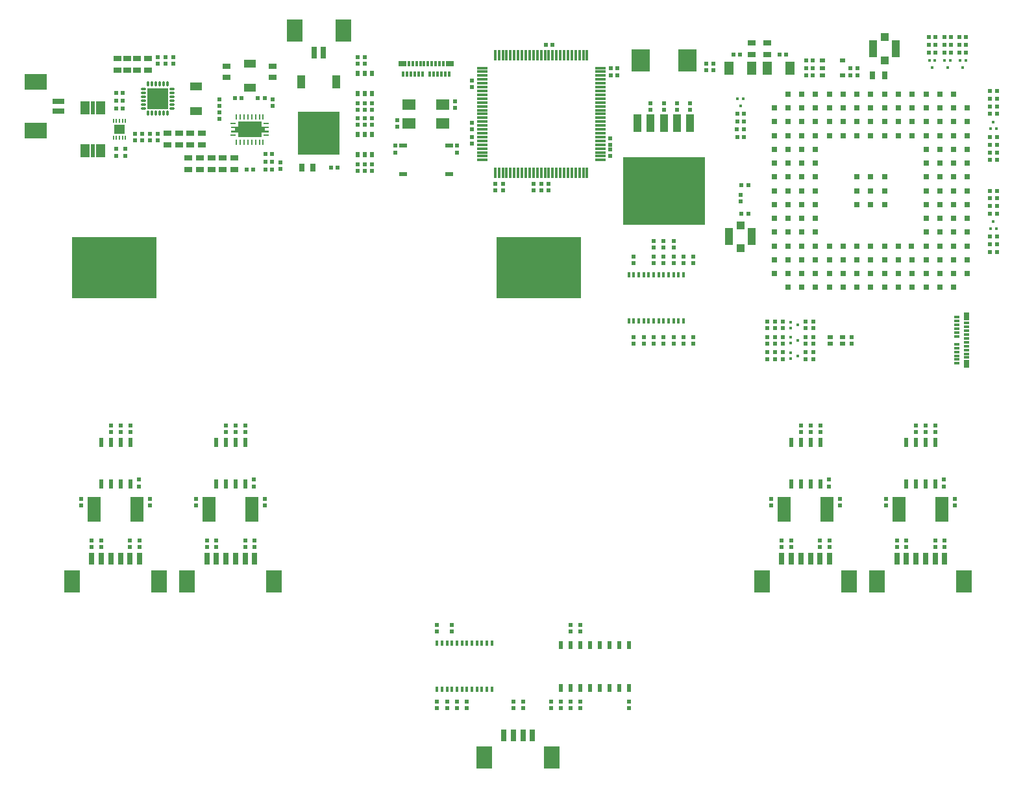
<source format=gtp>
G04*
G04 #@! TF.GenerationSoftware,Altium Limited,Altium Designer,23.3.1 (30)*
G04*
G04 Layer_Color=8421504*
%FSLAX44Y44*%
%MOMM*%
G71*
G04*
G04 #@! TF.SameCoordinates,DCB42576-95BD-42AD-BAF6-B7D1C35FFA17*
G04*
G04*
G04 #@! TF.FilePolarity,Positive*
G04*
G01*
G75*
%ADD17R,0.5200X0.4700*%
%ADD18R,0.4700X0.5200*%
%ADD19R,0.4000X0.4000*%
%ADD20R,0.5000X0.6000*%
%ADD21R,0.3000X0.8000*%
%ADD22R,0.4000X0.4000*%
%ADD23R,0.8000X0.5000*%
%ADD24R,0.7000X0.3000*%
%ADD25R,0.7000X1.0000*%
%ADD26R,1.0000X1.0000*%
%ADD27R,1.0500X2.2000*%
%ADD28R,0.8000X0.6000*%
%ADD29R,1.0000X0.7000*%
G04:AMPARAMS|DCode=30|XSize=0.7mm|YSize=0.7mm|CornerRadius=0.07mm|HoleSize=0mm|Usage=FLASHONLY|Rotation=90.000|XOffset=0mm|YOffset=0mm|HoleType=Round|Shape=RoundedRectangle|*
%AMROUNDEDRECTD30*
21,1,0.7000,0.5600,0,0,90.0*
21,1,0.5600,0.7000,0,0,90.0*
1,1,0.1400,0.2800,0.2800*
1,1,0.1400,0.2800,-0.2800*
1,1,0.1400,-0.2800,-0.2800*
1,1,0.1400,-0.2800,0.2800*
%
%ADD30ROUNDEDRECTD30*%
%ADD31R,1.1600X1.8200*%
%ADD32R,2.4000X2.9000*%
%ADD33R,10.6680X8.8900*%
G04:AMPARAMS|DCode=34|XSize=2.286mm|YSize=1.0668mm|CornerRadius=0.0533mm|HoleSize=0mm|Usage=FLASHONLY|Rotation=270.000|XOffset=0mm|YOffset=0mm|HoleType=Round|Shape=RoundedRectangle|*
%AMROUNDEDRECTD34*
21,1,2.2860,0.9601,0,0,270.0*
21,1,2.1793,1.0668,0,0,270.0*
1,1,0.1067,-0.4801,-1.0897*
1,1,0.1067,-0.4801,1.0897*
1,1,0.1067,0.4801,1.0897*
1,1,0.1067,0.4801,-1.0897*
%
%ADD34ROUNDEDRECTD34*%
%ADD35R,0.3000X0.7000*%
%ADD36R,0.7500X1.5000*%
%ADD37R,2.0000X3.0000*%
%ADD38R,1.5000X0.7500*%
%ADD39R,3.0000X2.0000*%
%ADD40R,1.2000X1.7900*%
%ADD41R,0.6000X1.7900*%
%ADD42R,0.2500X0.5000*%
%ADD43R,1.4000X1.3000*%
%ADD44R,2.7000X2.7000*%
G04:AMPARAMS|DCode=45|XSize=0.6mm|YSize=0.3mm|CornerRadius=0.075mm|HoleSize=0mm|Usage=FLASHONLY|Rotation=90.000|XOffset=0mm|YOffset=0mm|HoleType=Round|Shape=RoundedRectangle|*
%AMROUNDEDRECTD45*
21,1,0.6000,0.1500,0,0,90.0*
21,1,0.4500,0.3000,0,0,90.0*
1,1,0.1500,0.0750,0.2250*
1,1,0.1500,0.0750,-0.2250*
1,1,0.1500,-0.0750,-0.2250*
1,1,0.1500,-0.0750,0.2250*
%
%ADD45ROUNDEDRECTD45*%
G04:AMPARAMS|DCode=46|XSize=0.6mm|YSize=0.3mm|CornerRadius=0.075mm|HoleSize=0mm|Usage=FLASHONLY|Rotation=0.000|XOffset=0mm|YOffset=0mm|HoleType=Round|Shape=RoundedRectangle|*
%AMROUNDEDRECTD46*
21,1,0.6000,0.1500,0,0,0.0*
21,1,0.4500,0.3000,0,0,0.0*
1,1,0.1500,0.2250,-0.0750*
1,1,0.1500,-0.2250,-0.0750*
1,1,0.1500,-0.2250,0.0750*
1,1,0.1500,0.2250,0.0750*
%
%ADD46ROUNDEDRECTD46*%
%ADD47R,1.5000X1.0000*%
G04:AMPARAMS|DCode=48|XSize=0.24mm|YSize=0.6mm|CornerRadius=0.0504mm|HoleSize=0mm|Usage=FLASHONLY|Rotation=270.000|XOffset=0mm|YOffset=0mm|HoleType=Round|Shape=RoundedRectangle|*
%AMROUNDEDRECTD48*
21,1,0.2400,0.4992,0,0,270.0*
21,1,0.1392,0.6000,0,0,270.0*
1,1,0.1008,-0.2496,-0.0696*
1,1,0.1008,-0.2496,0.0696*
1,1,0.1008,0.2496,0.0696*
1,1,0.1008,0.2496,-0.0696*
%
%ADD48ROUNDEDRECTD48*%
G04:AMPARAMS|DCode=49|XSize=0.6mm|YSize=0.24mm|CornerRadius=0.0504mm|HoleSize=0mm|Usage=FLASHONLY|Rotation=270.000|XOffset=0mm|YOffset=0mm|HoleType=Round|Shape=RoundedRectangle|*
%AMROUNDEDRECTD49*
21,1,0.6000,0.1392,0,0,270.0*
21,1,0.4992,0.2400,0,0,270.0*
1,1,0.1008,-0.0696,-0.2496*
1,1,0.1008,-0.0696,0.2496*
1,1,0.1008,0.0696,0.2496*
1,1,0.1008,0.0696,-0.2496*
%
%ADD49ROUNDEDRECTD49*%
G04:AMPARAMS|DCode=50|XSize=2.05mm|YSize=3.05mm|CornerRadius=0.0513mm|HoleSize=0mm|Usage=FLASHONLY|Rotation=270.000|XOffset=0mm|YOffset=0mm|HoleType=Round|Shape=RoundedRectangle|*
%AMROUNDEDRECTD50*
21,1,2.0500,2.9475,0,0,270.0*
21,1,1.9475,3.0500,0,0,270.0*
1,1,0.1025,-1.4738,-0.9738*
1,1,0.1025,-1.4738,0.9738*
1,1,0.1025,1.4738,0.9738*
1,1,0.1025,1.4738,-0.9738*
%
%ADD50ROUNDEDRECTD50*%
%ADD51R,5.5000X5.7000*%
%ADD52R,1.0000X1.7500*%
%ADD53R,0.6000X0.8000*%
%ADD54R,1.0000X0.5000*%
%ADD55R,1.8000X1.4000*%
%ADD56R,1.4000X0.3000*%
%ADD57R,0.3000X1.4000*%
%ADD58R,0.6000X1.0000*%
%ADD59R,0.6000X1.2000*%
%ADD60R,1.7900X3.2000*%
%ADD61R,11.0000X8.0000*%
G36*
X-335249Y1060352D02*
X-335247Y1060352D01*
X-335221Y1060351D01*
X-335219Y1060351D01*
X-335216Y1060351D01*
X-335190Y1060349D01*
X-335187Y1060348D01*
X-335185Y1060348D01*
X-335159Y1060345D01*
X-335156Y1060344D01*
X-335153Y1060344D01*
X-335127Y1060339D01*
X-335125Y1060338D01*
X-335122Y1060338D01*
X-335097Y1060332D01*
X-335094Y1060331D01*
X-335092Y1060331D01*
X-335066Y1060323D01*
X-335064Y1060322D01*
X-335061Y1060322D01*
X-335037Y1060313D01*
X-335034Y1060312D01*
X-335032Y1060311D01*
X-335008Y1060301D01*
X-335005Y1060300D01*
X-335003Y1060299D01*
X-334979Y1060287D01*
X-334977Y1060286D01*
X-334974Y1060285D01*
X-334951Y1060273D01*
X-334949Y1060271D01*
X-334947Y1060270D01*
X-334925Y1060256D01*
X-334922Y1060254D01*
X-334920Y1060253D01*
X-334898Y1060238D01*
X-334897Y1060237D01*
X-334894Y1060235D01*
X-334873Y1060219D01*
X-334871Y1060217D01*
X-334869Y1060216D01*
X-334849Y1060199D01*
X-334847Y1060197D01*
X-334845Y1060195D01*
X-334826Y1060178D01*
X-334825Y1060175D01*
X-334823Y1060174D01*
X-334804Y1060155D01*
X-334803Y1060152D01*
X-334801Y1060151D01*
X-334784Y1060131D01*
X-334783Y1060128D01*
X-334781Y1060127D01*
X-334765Y1060106D01*
X-334763Y1060104D01*
X-334762Y1060102D01*
X-334747Y1060080D01*
X-334746Y1060078D01*
X-334744Y1060076D01*
X-334730Y1060053D01*
X-334729Y1060051D01*
X-334727Y1060049D01*
X-334715Y1060026D01*
X-334714Y1060023D01*
X-334712Y1060021D01*
X-334701Y1059997D01*
X-334701Y1059995D01*
X-334699Y1059992D01*
X-334689Y1059968D01*
X-334688Y1059966D01*
X-334687Y1059963D01*
X-334678Y1059939D01*
X-334678Y1059936D01*
X-334677Y1059933D01*
X-334669Y1059908D01*
X-334669Y1059906D01*
X-334668Y1059903D01*
X-334662Y1059878D01*
X-334662Y1059875D01*
X-334661Y1059873D01*
X-334656Y1059847D01*
X-334656Y1059844D01*
X-334655Y1059842D01*
X-334652Y1059816D01*
X-334652Y1059813D01*
X-334651Y1059810D01*
X-334649Y1059784D01*
X-334649Y1059781D01*
X-334649Y1059779D01*
X-334648Y1059753D01*
X-334648Y1059751D01*
X-334648Y1059750D01*
Y1053852D01*
X-326000D01*
X-325999Y1053852D01*
X-325997Y1053852D01*
X-325971Y1053851D01*
X-325969Y1053851D01*
X-325966Y1053851D01*
X-325940Y1053849D01*
X-325937Y1053848D01*
X-325934Y1053848D01*
X-325908Y1053845D01*
X-325906Y1053844D01*
X-325903Y1053844D01*
X-325878Y1053839D01*
X-325875Y1053838D01*
X-325872Y1053838D01*
X-325847Y1053832D01*
X-325844Y1053831D01*
X-325842Y1053831D01*
X-325816Y1053823D01*
X-325814Y1053822D01*
X-325812Y1053822D01*
X-325787Y1053813D01*
X-325784Y1053811D01*
X-325782Y1053811D01*
X-325758Y1053801D01*
X-325755Y1053799D01*
X-325753Y1053799D01*
X-325729Y1053788D01*
X-325727Y1053786D01*
X-325724Y1053785D01*
X-325701Y1053773D01*
X-325699Y1053771D01*
X-325697Y1053770D01*
X-325674Y1053756D01*
X-325672Y1053754D01*
X-325670Y1053753D01*
X-325648Y1053738D01*
X-325647Y1053737D01*
X-325644Y1053735D01*
X-325623Y1053719D01*
X-325621Y1053717D01*
X-325619Y1053716D01*
X-325599Y1053699D01*
X-325597Y1053697D01*
X-325595Y1053696D01*
X-325576Y1053677D01*
X-325575Y1053675D01*
X-325573Y1053674D01*
X-325555Y1053655D01*
X-325553Y1053652D01*
X-325551Y1053651D01*
X-325534Y1053631D01*
X-325532Y1053628D01*
X-325531Y1053627D01*
X-325515Y1053606D01*
X-325513Y1053604D01*
X-325512Y1053602D01*
X-325497Y1053580D01*
X-325496Y1053578D01*
X-325494Y1053576D01*
X-325480Y1053553D01*
X-325479Y1053551D01*
X-325477Y1053549D01*
X-325465Y1053526D01*
X-325464Y1053523D01*
X-325462Y1053521D01*
X-325451Y1053497D01*
X-325451Y1053495D01*
X-325449Y1053492D01*
X-325439Y1053468D01*
X-325438Y1053465D01*
X-325437Y1053463D01*
X-325428Y1053439D01*
X-325428Y1053436D01*
X-325427Y1053434D01*
X-325419Y1053408D01*
X-325419Y1053406D01*
X-325418Y1053403D01*
X-325412Y1053378D01*
X-325412Y1053375D01*
X-325411Y1053372D01*
X-325406Y1053347D01*
X-325406Y1053344D01*
X-325405Y1053342D01*
X-325402Y1053316D01*
X-325402Y1053313D01*
X-325401Y1053310D01*
X-325399Y1053284D01*
X-325399Y1053281D01*
X-325399Y1053279D01*
X-325398Y1053253D01*
X-325398Y1053251D01*
X-325398Y1053250D01*
Y1052250D01*
X-325398Y1052249D01*
X-325398Y1052247D01*
X-325399Y1052221D01*
X-325399Y1052218D01*
X-325399Y1052216D01*
X-325401Y1052190D01*
X-325402Y1052187D01*
X-325402Y1052185D01*
X-325405Y1052159D01*
X-325406Y1052156D01*
X-325406Y1052153D01*
X-325411Y1052127D01*
X-325412Y1052125D01*
X-325412Y1052122D01*
X-325418Y1052097D01*
X-325419Y1052094D01*
X-325419Y1052092D01*
X-325427Y1052066D01*
X-325428Y1052064D01*
X-325428Y1052061D01*
X-325437Y1052037D01*
X-325438Y1052035D01*
X-325439Y1052032D01*
X-325449Y1052008D01*
X-325451Y1052005D01*
X-325451Y1052003D01*
X-325462Y1051979D01*
X-325464Y1051977D01*
X-325465Y1051974D01*
X-325477Y1051951D01*
X-325479Y1051949D01*
X-325480Y1051947D01*
X-325494Y1051924D01*
X-325496Y1051922D01*
X-325497Y1051920D01*
X-325512Y1051898D01*
X-325513Y1051897D01*
X-325515Y1051894D01*
X-325531Y1051873D01*
X-325533Y1051871D01*
X-325534Y1051869D01*
X-325551Y1051849D01*
X-325553Y1051848D01*
X-325555Y1051845D01*
X-325573Y1051826D01*
X-325575Y1051825D01*
X-325576Y1051823D01*
X-325595Y1051805D01*
X-325597Y1051803D01*
X-325599Y1051801D01*
X-325619Y1051784D01*
X-325621Y1051783D01*
X-325623Y1051780D01*
X-325644Y1051765D01*
X-325647Y1051763D01*
X-325648Y1051761D01*
X-325670Y1051747D01*
X-325672Y1051746D01*
X-325675Y1051744D01*
X-325697Y1051730D01*
X-325699Y1051729D01*
X-325701Y1051727D01*
X-325724Y1051715D01*
X-325727Y1051714D01*
X-325729Y1051712D01*
X-325753Y1051701D01*
X-325755Y1051701D01*
X-325758Y1051699D01*
X-325782Y1051689D01*
X-325784Y1051689D01*
X-325787Y1051687D01*
X-325811Y1051678D01*
X-325814Y1051678D01*
X-325816Y1051677D01*
X-325842Y1051669D01*
X-325844Y1051669D01*
X-325847Y1051668D01*
X-325872Y1051662D01*
X-325875Y1051662D01*
X-325877Y1051661D01*
X-325903Y1051656D01*
X-325906Y1051656D01*
X-325908Y1051655D01*
X-325934Y1051652D01*
X-325937Y1051652D01*
X-325940Y1051651D01*
X-325966Y1051649D01*
X-325969Y1051649D01*
X-325971Y1051649D01*
X-325997Y1051648D01*
X-325999Y1051648D01*
X-326000Y1051648D01*
X-330648D01*
Y1048352D01*
X-326000D01*
X-325999Y1048352D01*
X-325997Y1048352D01*
X-325971Y1048351D01*
X-325969Y1048351D01*
X-325966Y1048351D01*
X-325940Y1048349D01*
X-325937Y1048348D01*
X-325934Y1048348D01*
X-325908Y1048345D01*
X-325906Y1048344D01*
X-325903Y1048344D01*
X-325877Y1048339D01*
X-325875Y1048338D01*
X-325872Y1048338D01*
X-325847Y1048332D01*
X-325844Y1048331D01*
X-325842Y1048331D01*
X-325816Y1048323D01*
X-325814Y1048322D01*
X-325812Y1048322D01*
X-325787Y1048313D01*
X-325784Y1048311D01*
X-325782Y1048311D01*
X-325758Y1048301D01*
X-325755Y1048299D01*
X-325753Y1048299D01*
X-325729Y1048288D01*
X-325727Y1048286D01*
X-325724Y1048285D01*
X-325701Y1048273D01*
X-325699Y1048271D01*
X-325697Y1048270D01*
X-325675Y1048256D01*
X-325672Y1048254D01*
X-325670Y1048253D01*
X-325648Y1048239D01*
X-325647Y1048237D01*
X-325644Y1048235D01*
X-325623Y1048219D01*
X-325621Y1048217D01*
X-325619Y1048216D01*
X-325599Y1048199D01*
X-325597Y1048197D01*
X-325595Y1048195D01*
X-325576Y1048177D01*
X-325575Y1048175D01*
X-325573Y1048174D01*
X-325555Y1048155D01*
X-325553Y1048152D01*
X-325551Y1048151D01*
X-325534Y1048131D01*
X-325533Y1048129D01*
X-325531Y1048127D01*
X-325515Y1048106D01*
X-325513Y1048103D01*
X-325512Y1048102D01*
X-325497Y1048080D01*
X-325496Y1048078D01*
X-325494Y1048076D01*
X-325480Y1048053D01*
X-325479Y1048051D01*
X-325477Y1048049D01*
X-325465Y1048026D01*
X-325464Y1048023D01*
X-325462Y1048021D01*
X-325451Y1047997D01*
X-325451Y1047995D01*
X-325449Y1047992D01*
X-325439Y1047968D01*
X-325438Y1047965D01*
X-325437Y1047963D01*
X-325428Y1047939D01*
X-325428Y1047936D01*
X-325427Y1047934D01*
X-325419Y1047908D01*
X-325419Y1047906D01*
X-325418Y1047903D01*
X-325412Y1047878D01*
X-325412Y1047875D01*
X-325411Y1047872D01*
X-325406Y1047847D01*
X-325406Y1047844D01*
X-325405Y1047841D01*
X-325402Y1047815D01*
X-325402Y1047813D01*
X-325401Y1047810D01*
X-325399Y1047784D01*
X-325399Y1047782D01*
X-325399Y1047779D01*
X-325398Y1047753D01*
X-325398Y1047751D01*
X-325398Y1047750D01*
Y1046750D01*
X-325398Y1046749D01*
X-325398Y1046747D01*
X-325399Y1046721D01*
X-325399Y1046719D01*
X-325399Y1046716D01*
X-325401Y1046690D01*
X-325402Y1046687D01*
X-325402Y1046684D01*
X-325405Y1046658D01*
X-325406Y1046656D01*
X-325406Y1046653D01*
X-325411Y1046627D01*
X-325412Y1046625D01*
X-325412Y1046622D01*
X-325418Y1046597D01*
X-325419Y1046594D01*
X-325419Y1046592D01*
X-325427Y1046566D01*
X-325428Y1046564D01*
X-325428Y1046561D01*
X-325437Y1046537D01*
X-325438Y1046535D01*
X-325439Y1046532D01*
X-325449Y1046508D01*
X-325451Y1046505D01*
X-325451Y1046503D01*
X-325462Y1046479D01*
X-325464Y1046477D01*
X-325465Y1046474D01*
X-325477Y1046451D01*
X-325479Y1046449D01*
X-325480Y1046447D01*
X-325494Y1046424D01*
X-325496Y1046422D01*
X-325497Y1046420D01*
X-325512Y1046398D01*
X-325513Y1046396D01*
X-325515Y1046394D01*
X-325531Y1046373D01*
X-325533Y1046372D01*
X-325534Y1046369D01*
X-325551Y1046349D01*
X-325553Y1046348D01*
X-325555Y1046345D01*
X-325573Y1046326D01*
X-325575Y1046325D01*
X-325576Y1046322D01*
X-325595Y1046304D01*
X-325597Y1046303D01*
X-325599Y1046301D01*
X-325619Y1046284D01*
X-325621Y1046283D01*
X-325623Y1046281D01*
X-325644Y1046265D01*
X-325647Y1046263D01*
X-325648Y1046262D01*
X-325670Y1046247D01*
X-325672Y1046246D01*
X-325674Y1046244D01*
X-325697Y1046230D01*
X-325699Y1046229D01*
X-325701Y1046227D01*
X-325724Y1046215D01*
X-325727Y1046214D01*
X-325729Y1046212D01*
X-325753Y1046201D01*
X-325755Y1046200D01*
X-325758Y1046199D01*
X-325782Y1046189D01*
X-325784Y1046189D01*
X-325787Y1046187D01*
X-325811Y1046178D01*
X-325814Y1046178D01*
X-325816Y1046177D01*
X-325842Y1046169D01*
X-325844Y1046169D01*
X-325847Y1046168D01*
X-325872Y1046162D01*
X-325875Y1046162D01*
X-325878Y1046161D01*
X-325903Y1046156D01*
X-325906Y1046156D01*
X-325908Y1046155D01*
X-325934Y1046152D01*
X-325937Y1046152D01*
X-325940Y1046151D01*
X-325966Y1046149D01*
X-325969Y1046149D01*
X-325971Y1046149D01*
X-325997Y1046148D01*
X-325999Y1046148D01*
X-326000Y1046148D01*
X-334648D01*
Y1040250D01*
X-334648Y1040249D01*
X-334648Y1040247D01*
X-334649Y1040221D01*
X-334649Y1040219D01*
X-334649Y1040216D01*
X-334651Y1040190D01*
X-334652Y1040187D01*
X-334652Y1040184D01*
X-334655Y1040158D01*
X-334656Y1040156D01*
X-334656Y1040153D01*
X-334661Y1040127D01*
X-334662Y1040125D01*
X-334662Y1040122D01*
X-334668Y1040097D01*
X-334669Y1040094D01*
X-334669Y1040092D01*
X-334677Y1040067D01*
X-334678Y1040064D01*
X-334678Y1040061D01*
X-334687Y1040037D01*
X-334688Y1040034D01*
X-334689Y1040032D01*
X-334699Y1040008D01*
X-334701Y1040005D01*
X-334701Y1040003D01*
X-334712Y1039979D01*
X-334714Y1039977D01*
X-334715Y1039974D01*
X-334727Y1039951D01*
X-334729Y1039949D01*
X-334730Y1039947D01*
X-334744Y1039924D01*
X-334746Y1039922D01*
X-334747Y1039920D01*
X-334762Y1039898D01*
X-334763Y1039896D01*
X-334765Y1039894D01*
X-334781Y1039873D01*
X-334783Y1039872D01*
X-334784Y1039869D01*
X-334801Y1039849D01*
X-334803Y1039847D01*
X-334804Y1039845D01*
X-334823Y1039826D01*
X-334825Y1039825D01*
X-334826Y1039822D01*
X-334845Y1039805D01*
X-334847Y1039803D01*
X-334849Y1039801D01*
X-334869Y1039784D01*
X-334871Y1039782D01*
X-334873Y1039781D01*
X-334894Y1039765D01*
X-334897Y1039763D01*
X-334898Y1039762D01*
X-334920Y1039747D01*
X-334922Y1039745D01*
X-334925Y1039744D01*
X-334947Y1039730D01*
X-334949Y1039729D01*
X-334951Y1039727D01*
X-334974Y1039715D01*
X-334977Y1039714D01*
X-334979Y1039712D01*
X-335003Y1039701D01*
X-335005Y1039700D01*
X-335008Y1039699D01*
X-335032Y1039689D01*
X-335034Y1039688D01*
X-335037Y1039687D01*
X-335061Y1039678D01*
X-335064Y1039678D01*
X-335066Y1039677D01*
X-335092Y1039669D01*
X-335094Y1039669D01*
X-335097Y1039668D01*
X-335122Y1039662D01*
X-335125Y1039662D01*
X-335127Y1039661D01*
X-335153Y1039656D01*
X-335156Y1039656D01*
X-335159Y1039655D01*
X-335185Y1039652D01*
X-335187Y1039652D01*
X-335190Y1039651D01*
X-335216Y1039649D01*
X-335219Y1039649D01*
X-335221Y1039649D01*
X-335247Y1039648D01*
X-335249Y1039648D01*
X-335250Y1039648D01*
X-364750D01*
X-364751Y1039648D01*
X-364753Y1039648D01*
X-364779Y1039649D01*
X-364781Y1039649D01*
X-364784Y1039649D01*
X-364810Y1039651D01*
X-364813Y1039652D01*
X-364815Y1039652D01*
X-364841Y1039655D01*
X-364844Y1039656D01*
X-364847Y1039656D01*
X-364873Y1039661D01*
X-364875Y1039662D01*
X-364878Y1039662D01*
X-364903Y1039668D01*
X-364906Y1039669D01*
X-364908Y1039669D01*
X-364934Y1039677D01*
X-364936Y1039678D01*
X-364939Y1039678D01*
X-364963Y1039687D01*
X-364966Y1039688D01*
X-364968Y1039689D01*
X-364992Y1039699D01*
X-364995Y1039700D01*
X-364997Y1039701D01*
X-365021Y1039712D01*
X-365023Y1039714D01*
X-365026Y1039715D01*
X-365049Y1039727D01*
X-365051Y1039729D01*
X-365053Y1039730D01*
X-365076Y1039744D01*
X-365078Y1039745D01*
X-365080Y1039747D01*
X-365102Y1039762D01*
X-365103Y1039763D01*
X-365106Y1039765D01*
X-365127Y1039781D01*
X-365129Y1039783D01*
X-365131Y1039784D01*
X-365151Y1039801D01*
X-365153Y1039803D01*
X-365155Y1039805D01*
X-365174Y1039822D01*
X-365175Y1039825D01*
X-365178Y1039826D01*
X-365196Y1039845D01*
X-365197Y1039848D01*
X-365199Y1039849D01*
X-365216Y1039869D01*
X-365217Y1039872D01*
X-365219Y1039873D01*
X-365235Y1039894D01*
X-365237Y1039896D01*
X-365238Y1039898D01*
X-365253Y1039920D01*
X-365254Y1039922D01*
X-365256Y1039924D01*
X-365270Y1039947D01*
X-365271Y1039949D01*
X-365273Y1039951D01*
X-365285Y1039974D01*
X-365286Y1039977D01*
X-365288Y1039979D01*
X-365299Y1040003D01*
X-365299Y1040005D01*
X-365301Y1040008D01*
X-365311Y1040032D01*
X-365312Y1040034D01*
X-365313Y1040037D01*
X-365322Y1040061D01*
X-365322Y1040064D01*
X-365323Y1040067D01*
X-365331Y1040092D01*
X-365331Y1040094D01*
X-365332Y1040097D01*
X-365338Y1040122D01*
X-365338Y1040125D01*
X-365339Y1040127D01*
X-365344Y1040153D01*
X-365344Y1040156D01*
X-365345Y1040158D01*
X-365348Y1040184D01*
X-365348Y1040187D01*
X-365349Y1040190D01*
X-365351Y1040216D01*
X-365351Y1040219D01*
X-365351Y1040221D01*
X-365352Y1040247D01*
X-365352Y1040249D01*
X-365352Y1040250D01*
Y1046148D01*
X-374000D01*
X-374001Y1046148D01*
X-374003Y1046148D01*
X-374029Y1046149D01*
X-374031Y1046149D01*
X-374034Y1046149D01*
X-374060Y1046151D01*
X-374063Y1046152D01*
X-374066Y1046152D01*
X-374092Y1046155D01*
X-374094Y1046156D01*
X-374097Y1046156D01*
X-374123Y1046161D01*
X-374125Y1046162D01*
X-374128Y1046162D01*
X-374153Y1046168D01*
X-374156Y1046169D01*
X-374158Y1046169D01*
X-374184Y1046177D01*
X-374186Y1046178D01*
X-374189Y1046178D01*
X-374213Y1046187D01*
X-374216Y1046189D01*
X-374218Y1046189D01*
X-374242Y1046199D01*
X-374245Y1046200D01*
X-374247Y1046201D01*
X-374271Y1046212D01*
X-374273Y1046214D01*
X-374276Y1046215D01*
X-374299Y1046227D01*
X-374301Y1046229D01*
X-374303Y1046230D01*
X-374326Y1046244D01*
X-374328Y1046246D01*
X-374330Y1046247D01*
X-374352Y1046262D01*
X-374353Y1046263D01*
X-374356Y1046265D01*
X-374377Y1046281D01*
X-374379Y1046283D01*
X-374381Y1046284D01*
X-374401Y1046301D01*
X-374403Y1046303D01*
X-374405Y1046304D01*
X-374424Y1046322D01*
X-374425Y1046325D01*
X-374427Y1046326D01*
X-374445Y1046345D01*
X-374447Y1046348D01*
X-374449Y1046349D01*
X-374466Y1046369D01*
X-374468Y1046372D01*
X-374469Y1046373D01*
X-374485Y1046394D01*
X-374487Y1046396D01*
X-374488Y1046398D01*
X-374503Y1046420D01*
X-374504Y1046422D01*
X-374506Y1046424D01*
X-374520Y1046447D01*
X-374521Y1046449D01*
X-374523Y1046451D01*
X-374535Y1046474D01*
X-374536Y1046477D01*
X-374538Y1046479D01*
X-374549Y1046503D01*
X-374549Y1046505D01*
X-374551Y1046508D01*
X-374561Y1046532D01*
X-374562Y1046535D01*
X-374563Y1046537D01*
X-374572Y1046561D01*
X-374572Y1046564D01*
X-374573Y1046566D01*
X-374581Y1046592D01*
X-374581Y1046594D01*
X-374582Y1046597D01*
X-374588Y1046622D01*
X-374588Y1046625D01*
X-374589Y1046627D01*
X-374594Y1046653D01*
X-374594Y1046656D01*
X-374595Y1046658D01*
X-374598Y1046684D01*
X-374598Y1046687D01*
X-374599Y1046690D01*
X-374601Y1046716D01*
X-374601Y1046719D01*
X-374601Y1046721D01*
X-374602Y1046747D01*
X-374602Y1046749D01*
X-374602Y1046750D01*
Y1047750D01*
X-374602Y1047751D01*
X-374602Y1047753D01*
X-374601Y1047779D01*
X-374601Y1047782D01*
X-374601Y1047784D01*
X-374599Y1047810D01*
X-374598Y1047813D01*
X-374598Y1047815D01*
X-374595Y1047841D01*
X-374594Y1047844D01*
X-374594Y1047847D01*
X-374589Y1047872D01*
X-374588Y1047875D01*
X-374588Y1047878D01*
X-374582Y1047903D01*
X-374581Y1047906D01*
X-374581Y1047908D01*
X-374573Y1047934D01*
X-374572Y1047936D01*
X-374572Y1047939D01*
X-374563Y1047963D01*
X-374562Y1047965D01*
X-374561Y1047968D01*
X-374551Y1047992D01*
X-374549Y1047995D01*
X-374549Y1047997D01*
X-374538Y1048021D01*
X-374536Y1048023D01*
X-374535Y1048026D01*
X-374523Y1048049D01*
X-374521Y1048051D01*
X-374520Y1048053D01*
X-374506Y1048076D01*
X-374504Y1048078D01*
X-374503Y1048080D01*
X-374488Y1048102D01*
X-374487Y1048103D01*
X-374485Y1048106D01*
X-374469Y1048127D01*
X-374467Y1048129D01*
X-374466Y1048131D01*
X-374449Y1048151D01*
X-374447Y1048152D01*
X-374445Y1048155D01*
X-374427Y1048174D01*
X-374425Y1048175D01*
X-374424Y1048177D01*
X-374405Y1048195D01*
X-374403Y1048197D01*
X-374401Y1048199D01*
X-374381Y1048216D01*
X-374379Y1048217D01*
X-374377Y1048219D01*
X-374356Y1048235D01*
X-374353Y1048237D01*
X-374352Y1048239D01*
X-374330Y1048253D01*
X-374328Y1048254D01*
X-374325Y1048256D01*
X-374303Y1048270D01*
X-374301Y1048271D01*
X-374299Y1048273D01*
X-374276Y1048285D01*
X-374273Y1048286D01*
X-374271Y1048288D01*
X-374247Y1048299D01*
X-374245Y1048299D01*
X-374242Y1048301D01*
X-374218Y1048311D01*
X-374216Y1048311D01*
X-374213Y1048313D01*
X-374189Y1048322D01*
X-374186Y1048322D01*
X-374184Y1048323D01*
X-374158Y1048331D01*
X-374156Y1048331D01*
X-374153Y1048332D01*
X-374128Y1048338D01*
X-374125Y1048338D01*
X-374123Y1048339D01*
X-374097Y1048344D01*
X-374094Y1048344D01*
X-374092Y1048345D01*
X-374066Y1048348D01*
X-374063Y1048348D01*
X-374060Y1048349D01*
X-374034Y1048351D01*
X-374031Y1048351D01*
X-374029Y1048351D01*
X-374003Y1048352D01*
X-374001Y1048352D01*
X-374000Y1048352D01*
X-369352D01*
Y1051648D01*
X-374000D01*
X-374001Y1051648D01*
X-374003Y1051648D01*
X-374029Y1051649D01*
X-374031Y1051649D01*
X-374034Y1051649D01*
X-374060Y1051651D01*
X-374063Y1051652D01*
X-374066Y1051652D01*
X-374092Y1051655D01*
X-374094Y1051656D01*
X-374097Y1051656D01*
X-374123Y1051661D01*
X-374125Y1051662D01*
X-374128Y1051662D01*
X-374153Y1051668D01*
X-374156Y1051669D01*
X-374158Y1051669D01*
X-374184Y1051677D01*
X-374186Y1051678D01*
X-374189Y1051678D01*
X-374213Y1051687D01*
X-374216Y1051689D01*
X-374218Y1051689D01*
X-374242Y1051699D01*
X-374245Y1051701D01*
X-374247Y1051701D01*
X-374271Y1051712D01*
X-374273Y1051714D01*
X-374276Y1051715D01*
X-374299Y1051727D01*
X-374301Y1051729D01*
X-374303Y1051730D01*
X-374326Y1051744D01*
X-374328Y1051746D01*
X-374330Y1051747D01*
X-374352Y1051761D01*
X-374353Y1051763D01*
X-374356Y1051765D01*
X-374377Y1051780D01*
X-374379Y1051783D01*
X-374381Y1051784D01*
X-374401Y1051801D01*
X-374403Y1051803D01*
X-374405Y1051805D01*
X-374424Y1051823D01*
X-374425Y1051825D01*
X-374427Y1051826D01*
X-374445Y1051845D01*
X-374447Y1051848D01*
X-374449Y1051849D01*
X-374466Y1051869D01*
X-374467Y1051871D01*
X-374469Y1051873D01*
X-374485Y1051894D01*
X-374487Y1051897D01*
X-374488Y1051898D01*
X-374503Y1051920D01*
X-374504Y1051922D01*
X-374506Y1051924D01*
X-374520Y1051947D01*
X-374521Y1051949D01*
X-374523Y1051951D01*
X-374535Y1051974D01*
X-374536Y1051977D01*
X-374538Y1051979D01*
X-374549Y1052003D01*
X-374549Y1052005D01*
X-374551Y1052008D01*
X-374561Y1052032D01*
X-374562Y1052035D01*
X-374563Y1052037D01*
X-374572Y1052061D01*
X-374572Y1052064D01*
X-374573Y1052066D01*
X-374581Y1052092D01*
X-374581Y1052094D01*
X-374582Y1052097D01*
X-374588Y1052122D01*
X-374588Y1052125D01*
X-374589Y1052127D01*
X-374594Y1052153D01*
X-374594Y1052156D01*
X-374595Y1052159D01*
X-374598Y1052185D01*
X-374598Y1052187D01*
X-374599Y1052190D01*
X-374601Y1052216D01*
X-374601Y1052218D01*
X-374601Y1052221D01*
X-374602Y1052247D01*
X-374602Y1052249D01*
X-374602Y1052250D01*
Y1053250D01*
X-374602Y1053251D01*
X-374602Y1053253D01*
X-374601Y1053279D01*
X-374601Y1053281D01*
X-374601Y1053284D01*
X-374599Y1053310D01*
X-374598Y1053313D01*
X-374598Y1053316D01*
X-374595Y1053342D01*
X-374594Y1053344D01*
X-374594Y1053347D01*
X-374589Y1053372D01*
X-374588Y1053375D01*
X-374588Y1053378D01*
X-374582Y1053403D01*
X-374581Y1053406D01*
X-374581Y1053408D01*
X-374573Y1053434D01*
X-374572Y1053436D01*
X-374572Y1053438D01*
X-374563Y1053463D01*
X-374562Y1053465D01*
X-374561Y1053468D01*
X-374551Y1053492D01*
X-374549Y1053495D01*
X-374549Y1053497D01*
X-374538Y1053521D01*
X-374536Y1053523D01*
X-374535Y1053526D01*
X-374523Y1053549D01*
X-374521Y1053551D01*
X-374520Y1053553D01*
X-374506Y1053576D01*
X-374504Y1053578D01*
X-374503Y1053580D01*
X-374488Y1053602D01*
X-374487Y1053604D01*
X-374485Y1053606D01*
X-374469Y1053627D01*
X-374468Y1053628D01*
X-374466Y1053631D01*
X-374449Y1053651D01*
X-374447Y1053652D01*
X-374445Y1053655D01*
X-374427Y1053674D01*
X-374425Y1053675D01*
X-374424Y1053677D01*
X-374405Y1053696D01*
X-374403Y1053697D01*
X-374401Y1053699D01*
X-374381Y1053716D01*
X-374379Y1053717D01*
X-374377Y1053719D01*
X-374356Y1053735D01*
X-374353Y1053737D01*
X-374352Y1053738D01*
X-374330Y1053753D01*
X-374328Y1053754D01*
X-374326Y1053756D01*
X-374303Y1053770D01*
X-374301Y1053771D01*
X-374299Y1053773D01*
X-374276Y1053785D01*
X-374273Y1053786D01*
X-374271Y1053788D01*
X-374247Y1053799D01*
X-374245Y1053800D01*
X-374242Y1053801D01*
X-374218Y1053811D01*
X-374216Y1053811D01*
X-374213Y1053813D01*
X-374189Y1053822D01*
X-374186Y1053822D01*
X-374184Y1053823D01*
X-374158Y1053831D01*
X-374156Y1053831D01*
X-374153Y1053832D01*
X-374128Y1053838D01*
X-374125Y1053838D01*
X-374123Y1053839D01*
X-374097Y1053844D01*
X-374094Y1053844D01*
X-374092Y1053845D01*
X-374066Y1053848D01*
X-374063Y1053848D01*
X-374060Y1053849D01*
X-374034Y1053851D01*
X-374031Y1053851D01*
X-374029Y1053851D01*
X-374003Y1053852D01*
X-374001Y1053852D01*
X-374000Y1053852D01*
X-365352D01*
Y1059750D01*
X-365352Y1059751D01*
X-365352Y1059753D01*
X-365351Y1059779D01*
X-365351Y1059781D01*
X-365351Y1059784D01*
X-365349Y1059810D01*
X-365348Y1059813D01*
X-365348Y1059816D01*
X-365345Y1059842D01*
X-365344Y1059844D01*
X-365344Y1059847D01*
X-365339Y1059873D01*
X-365338Y1059875D01*
X-365338Y1059878D01*
X-365332Y1059903D01*
X-365331Y1059906D01*
X-365331Y1059908D01*
X-365323Y1059933D01*
X-365322Y1059936D01*
X-365322Y1059939D01*
X-365313Y1059963D01*
X-365312Y1059966D01*
X-365311Y1059968D01*
X-365301Y1059992D01*
X-365299Y1059995D01*
X-365299Y1059997D01*
X-365288Y1060021D01*
X-365286Y1060023D01*
X-365285Y1060026D01*
X-365273Y1060049D01*
X-365271Y1060051D01*
X-365270Y1060053D01*
X-365256Y1060076D01*
X-365254Y1060078D01*
X-365253Y1060080D01*
X-365238Y1060102D01*
X-365237Y1060104D01*
X-365235Y1060106D01*
X-365219Y1060127D01*
X-365217Y1060128D01*
X-365216Y1060131D01*
X-365199Y1060151D01*
X-365197Y1060153D01*
X-365196Y1060155D01*
X-365178Y1060174D01*
X-365175Y1060175D01*
X-365174Y1060178D01*
X-365155Y1060195D01*
X-365153Y1060197D01*
X-365151Y1060199D01*
X-365131Y1060216D01*
X-365129Y1060217D01*
X-365127Y1060219D01*
X-365106Y1060235D01*
X-365103Y1060237D01*
X-365102Y1060238D01*
X-365080Y1060253D01*
X-365078Y1060254D01*
X-365075Y1060256D01*
X-365053Y1060270D01*
X-365051Y1060271D01*
X-365049Y1060273D01*
X-365026Y1060285D01*
X-365023Y1060286D01*
X-365021Y1060287D01*
X-364997Y1060299D01*
X-364995Y1060299D01*
X-364992Y1060301D01*
X-364968Y1060311D01*
X-364966Y1060312D01*
X-364963Y1060313D01*
X-364939Y1060322D01*
X-364936Y1060322D01*
X-364934Y1060323D01*
X-364908Y1060331D01*
X-364906Y1060331D01*
X-364903Y1060332D01*
X-364878Y1060338D01*
X-364875Y1060338D01*
X-364873Y1060339D01*
X-364847Y1060344D01*
X-364844Y1060344D01*
X-364841Y1060345D01*
X-364815Y1060348D01*
X-364813Y1060348D01*
X-364810Y1060349D01*
X-364784Y1060351D01*
X-364781Y1060351D01*
X-364779Y1060351D01*
X-364753Y1060352D01*
X-364751Y1060352D01*
X-364750Y1060352D01*
X-335250D01*
X-335249Y1060352D01*
D02*
G37*
D17*
X-495000Y593300D02*
D03*
Y584700D02*
D03*
X-505950Y655700D02*
D03*
Y664300D02*
D03*
X189750Y779300D02*
D03*
Y770700D02*
D03*
X202750Y779300D02*
D03*
Y770700D02*
D03*
X176750Y779300D02*
D03*
Y770700D02*
D03*
X150750Y884300D02*
D03*
Y875700D02*
D03*
X176750Y884300D02*
D03*
Y875700D02*
D03*
X189750Y884300D02*
D03*
Y875700D02*
D03*
X202750Y884300D02*
D03*
Y875700D02*
D03*
X150750Y779300D02*
D03*
Y770700D02*
D03*
X163750Y779300D02*
D03*
Y770700D02*
D03*
X176750Y895700D02*
D03*
Y904300D02*
D03*
X202750Y895700D02*
D03*
Y904300D02*
D03*
X189750Y895700D02*
D03*
Y904300D02*
D03*
X215750Y875700D02*
D03*
Y884300D02*
D03*
X228750Y875700D02*
D03*
Y884300D02*
D03*
X215750Y779300D02*
D03*
Y770700D02*
D03*
X228750Y779300D02*
D03*
Y770700D02*
D03*
X385000Y779300D02*
D03*
Y770700D02*
D03*
X375000Y759300D02*
D03*
Y750700D02*
D03*
X385000Y759300D02*
D03*
Y750700D02*
D03*
X375000Y779300D02*
D03*
Y770700D02*
D03*
X435000D02*
D03*
Y779300D02*
D03*
X385000Y799300D02*
D03*
Y790700D02*
D03*
X375000Y799300D02*
D03*
Y790700D02*
D03*
X345000Y799300D02*
D03*
Y790700D02*
D03*
Y759300D02*
D03*
Y750700D02*
D03*
Y779300D02*
D03*
Y770700D02*
D03*
X325000Y790700D02*
D03*
Y799300D02*
D03*
X335000D02*
D03*
Y790700D02*
D03*
Y759300D02*
D03*
Y750700D02*
D03*
X325000D02*
D03*
Y759300D02*
D03*
Y770700D02*
D03*
Y779300D02*
D03*
X335000D02*
D03*
Y770700D02*
D03*
X290000Y964300D02*
D03*
Y955700D02*
D03*
X255000Y1135870D02*
D03*
Y1127270D02*
D03*
X245000Y1135870D02*
D03*
Y1127270D02*
D03*
X172982Y1075700D02*
D03*
Y1084300D02*
D03*
X190000Y1075700D02*
D03*
Y1084300D02*
D03*
X207018Y1075700D02*
D03*
Y1084300D02*
D03*
X224036D02*
D03*
Y1075700D02*
D03*
X-512000Y1024300D02*
D03*
Y1015700D02*
D03*
X-524000Y1024300D02*
D03*
Y1015700D02*
D03*
X-450000Y1144300D02*
D03*
Y1135700D02*
D03*
X-460000D02*
D03*
Y1144300D02*
D03*
X-470000Y1135700D02*
D03*
Y1144300D02*
D03*
X-390000Y1089300D02*
D03*
Y1080700D02*
D03*
Y1063200D02*
D03*
Y1071800D02*
D03*
X-500000Y1035700D02*
D03*
Y1044300D02*
D03*
X-490000D02*
D03*
Y1035700D02*
D03*
X-480000Y1044300D02*
D03*
Y1035700D02*
D03*
X-470000Y1044300D02*
D03*
Y1035700D02*
D03*
X-310000Y1006800D02*
D03*
Y998200D02*
D03*
X-209500Y1135700D02*
D03*
Y1144300D02*
D03*
X-200000D02*
D03*
Y1135700D02*
D03*
X-190500Y1084300D02*
D03*
Y1075700D02*
D03*
X-200000Y1084300D02*
D03*
Y1075700D02*
D03*
X-209500Y1084300D02*
D03*
Y1075700D02*
D03*
X-190500Y1055700D02*
D03*
Y1064300D02*
D03*
X-200000Y1055700D02*
D03*
Y1064300D02*
D03*
X-209500Y1064300D02*
D03*
Y1055700D02*
D03*
X-190500Y1004300D02*
D03*
Y995700D02*
D03*
X-200000Y1004300D02*
D03*
Y995700D02*
D03*
X-209500Y1004300D02*
D03*
Y995700D02*
D03*
X-80000Y1028500D02*
D03*
Y1019900D02*
D03*
X-160000D02*
D03*
Y1028500D02*
D03*
X-157480Y1062210D02*
D03*
Y1053610D02*
D03*
X-82550Y1077740D02*
D03*
Y1086340D02*
D03*
X-60000Y1031400D02*
D03*
Y1040000D02*
D03*
X-60000Y1058600D02*
D03*
Y1050000D02*
D03*
X-60000Y1105000D02*
D03*
Y1113600D02*
D03*
X120000Y1030000D02*
D03*
Y1038600D02*
D03*
X120000Y1023600D02*
D03*
Y1015000D02*
D03*
X40000Y979300D02*
D03*
Y970700D02*
D03*
X30000Y979300D02*
D03*
Y970700D02*
D03*
X20000Y979300D02*
D03*
Y970700D02*
D03*
X-20000Y979300D02*
D03*
Y970700D02*
D03*
X-30000Y979300D02*
D03*
Y970700D02*
D03*
X-320000Y1080700D02*
D03*
Y1089300D02*
D03*
X-345000Y584700D02*
D03*
Y593300D02*
D03*
X-86250Y395700D02*
D03*
Y404300D02*
D03*
X-105750Y395700D02*
D03*
Y404300D02*
D03*
X-66750Y304300D02*
D03*
Y295700D02*
D03*
X-79750Y295700D02*
D03*
Y304300D02*
D03*
X-92750Y304300D02*
D03*
Y295700D02*
D03*
X-105750Y304300D02*
D03*
Y295700D02*
D03*
X-6250Y304300D02*
D03*
Y295700D02*
D03*
X6250Y304300D02*
D03*
Y295700D02*
D03*
X68250Y404300D02*
D03*
Y395700D02*
D03*
X80950D02*
D03*
Y404300D02*
D03*
Y304300D02*
D03*
Y295700D02*
D03*
X144450Y304300D02*
D03*
Y295700D02*
D03*
X68250Y304300D02*
D03*
Y295700D02*
D03*
X55550Y304300D02*
D03*
Y295700D02*
D03*
X42845Y304300D02*
D03*
Y295700D02*
D03*
X-355950Y664300D02*
D03*
Y655700D02*
D03*
X-381350Y655700D02*
D03*
Y664300D02*
D03*
X-368650Y655700D02*
D03*
Y664300D02*
D03*
X-518650Y655700D02*
D03*
Y664300D02*
D03*
X-531350Y655700D02*
D03*
Y664300D02*
D03*
X-330000Y568300D02*
D03*
Y559700D02*
D03*
X-420000Y559700D02*
D03*
Y568300D02*
D03*
X-480000Y568300D02*
D03*
Y559700D02*
D03*
X-570000Y559700D02*
D03*
Y568300D02*
D03*
X-343604Y505700D02*
D03*
Y514300D02*
D03*
X-356104Y505700D02*
D03*
Y514300D02*
D03*
X-393604Y505700D02*
D03*
Y514300D02*
D03*
X-406104Y505700D02*
D03*
Y514300D02*
D03*
X-493604Y505700D02*
D03*
Y514300D02*
D03*
X-506104Y505700D02*
D03*
Y514300D02*
D03*
X-543604Y505700D02*
D03*
Y514300D02*
D03*
X-556104Y505700D02*
D03*
Y514300D02*
D03*
X518650Y655700D02*
D03*
Y664300D02*
D03*
X531350Y655700D02*
D03*
Y664300D02*
D03*
X544050D02*
D03*
Y655700D02*
D03*
X555000Y584700D02*
D03*
Y593300D02*
D03*
X570000Y568300D02*
D03*
Y559700D02*
D03*
X480000Y559700D02*
D03*
Y568300D02*
D03*
X556396Y505700D02*
D03*
Y514300D02*
D03*
X543896Y505700D02*
D03*
Y514300D02*
D03*
X506396Y505700D02*
D03*
Y514300D02*
D03*
X493896Y505700D02*
D03*
Y514300D02*
D03*
X394050Y664300D02*
D03*
Y655700D02*
D03*
X381350D02*
D03*
Y664300D02*
D03*
X368650Y655700D02*
D03*
Y664300D02*
D03*
X405000Y584700D02*
D03*
Y593300D02*
D03*
X330000Y559700D02*
D03*
Y568300D02*
D03*
X420000D02*
D03*
Y559700D02*
D03*
X406396Y505700D02*
D03*
Y514300D02*
D03*
X393896Y505700D02*
D03*
Y514300D02*
D03*
X356396Y505700D02*
D03*
Y514300D02*
D03*
X343896Y505700D02*
D03*
Y514300D02*
D03*
D18*
X300100Y977500D02*
D03*
X624300Y950000D02*
D03*
X615700D02*
D03*
Y890000D02*
D03*
X624300D02*
D03*
X624300Y900000D02*
D03*
X615700D02*
D03*
X624300Y910000D02*
D03*
X615700D02*
D03*
X624300Y940000D02*
D03*
X615700D02*
D03*
X624300Y1070000D02*
D03*
X615700D02*
D03*
X624300Y1080000D02*
D03*
X615700D02*
D03*
Y1100000D02*
D03*
X624300D02*
D03*
X615700Y1020000D02*
D03*
X624300D02*
D03*
X615700Y970000D02*
D03*
X624300D02*
D03*
X624300Y1010000D02*
D03*
X615700D02*
D03*
X624300Y1030000D02*
D03*
X615700D02*
D03*
X624300Y1040000D02*
D03*
X615700D02*
D03*
X291500Y977500D02*
D03*
X300100Y940000D02*
D03*
X291500D02*
D03*
X285700Y1070000D02*
D03*
X294300D02*
D03*
X285700Y1060000D02*
D03*
X294300D02*
D03*
Y1040000D02*
D03*
X285700D02*
D03*
X442250Y1120500D02*
D03*
X433650D02*
D03*
X442250Y1130000D02*
D03*
X433650D02*
D03*
X384300Y1120500D02*
D03*
X375700D02*
D03*
X384300Y1130000D02*
D03*
X375700D02*
D03*
X384300Y1139500D02*
D03*
X375700D02*
D03*
X340700Y1147125D02*
D03*
X349300D02*
D03*
X289300D02*
D03*
X280700D02*
D03*
X-515700Y1097500D02*
D03*
X-524300D02*
D03*
X-524300Y1087500D02*
D03*
X-515700D02*
D03*
X-524300Y1077500D02*
D03*
X-515700D02*
D03*
X-339300Y1090620D02*
D03*
X-330700D02*
D03*
X-360700D02*
D03*
X-369300D02*
D03*
X-354300Y997500D02*
D03*
X-345700D02*
D03*
X-329300Y1017500D02*
D03*
X-320700D02*
D03*
X-329300Y1007500D02*
D03*
X-320700D02*
D03*
X-329300Y997500D02*
D03*
X-320700D02*
D03*
X-244300Y1000000D02*
D03*
X-235700D02*
D03*
X45000Y1160000D02*
D03*
X36400D02*
D03*
X120700Y1130000D02*
D03*
X129300D02*
D03*
X120700Y1120000D02*
D03*
X129300D02*
D03*
X555700Y1170000D02*
D03*
X564300D02*
D03*
Y1150000D02*
D03*
X555700D02*
D03*
X564300Y1160000D02*
D03*
X555700D02*
D03*
X535700Y1170000D02*
D03*
X544300D02*
D03*
Y1150000D02*
D03*
X535700D02*
D03*
X544300Y1160000D02*
D03*
X535700D02*
D03*
X575700Y1170000D02*
D03*
X584300D02*
D03*
Y1150000D02*
D03*
X575700D02*
D03*
X584300Y1160000D02*
D03*
X575700D02*
D03*
D19*
X620000Y1059500D02*
D03*
X623750Y1050500D02*
D03*
X616250D02*
D03*
X620000Y929500D02*
D03*
X623750Y920500D02*
D03*
X616250D02*
D03*
X293750Y1089500D02*
D03*
X286250D02*
D03*
X290000Y1080500D02*
D03*
X563750Y1139500D02*
D03*
X556250D02*
D03*
X560000Y1130500D02*
D03*
X543750Y1139500D02*
D03*
X536250D02*
D03*
X540000Y1130500D02*
D03*
X583750Y1139500D02*
D03*
X576250D02*
D03*
X580000Y1130500D02*
D03*
D20*
X624500Y960000D02*
D03*
X615500D02*
D03*
X624500Y1090000D02*
D03*
X615500D02*
D03*
X285500Y1050000D02*
D03*
X294500D02*
D03*
D21*
X215750Y800000D02*
D03*
X144250D02*
D03*
Y860000D02*
D03*
X215750D02*
D03*
X150750Y800000D02*
D03*
X209250D02*
D03*
X150750Y860000D02*
D03*
X209250D02*
D03*
X202750D02*
D03*
X157250D02*
D03*
X163750D02*
D03*
X170250D02*
D03*
X176750D02*
D03*
X196250D02*
D03*
X189750D02*
D03*
X183250D02*
D03*
X202750Y800000D02*
D03*
X157250D02*
D03*
X163750D02*
D03*
X170250D02*
D03*
X176750D02*
D03*
X196250D02*
D03*
X189750D02*
D03*
X183250D02*
D03*
X-105750Y380000D02*
D03*
X-34250D02*
D03*
Y320000D02*
D03*
X-105750D02*
D03*
X-40750Y380000D02*
D03*
X-99250D02*
D03*
X-40750Y320000D02*
D03*
X-99250D02*
D03*
X-92750D02*
D03*
X-47250D02*
D03*
X-53750D02*
D03*
X-60250D02*
D03*
X-66750D02*
D03*
X-86250D02*
D03*
X-79750D02*
D03*
X-73250D02*
D03*
X-92750Y380000D02*
D03*
X-47250D02*
D03*
X-53750D02*
D03*
X-60250D02*
D03*
X-66750D02*
D03*
X-86250D02*
D03*
X-79750D02*
D03*
X-73250D02*
D03*
D22*
X355500Y758750D02*
D03*
Y751250D02*
D03*
X364500Y755000D02*
D03*
X355500Y778750D02*
D03*
Y771250D02*
D03*
X364500Y775000D02*
D03*
X355500Y798750D02*
D03*
Y791250D02*
D03*
X364500Y795000D02*
D03*
D23*
X407000Y770500D02*
D03*
X423000D02*
D03*
Y779500D02*
D03*
X407000D02*
D03*
D24*
X585296Y752500D02*
D03*
X585300Y757500D02*
D03*
Y762500D02*
D03*
Y767500D02*
D03*
Y772500D02*
D03*
Y797500D02*
D03*
Y792500D02*
D03*
Y787500D02*
D03*
Y782500D02*
D03*
Y777500D02*
D03*
X572300Y805000D02*
D03*
Y800000D02*
D03*
Y795000D02*
D03*
Y790000D02*
D03*
Y785000D02*
D03*
Y780000D02*
D03*
Y770000D02*
D03*
Y765000D02*
D03*
Y760000D02*
D03*
Y755000D02*
D03*
Y750000D02*
D03*
Y745000D02*
D03*
D25*
X585300Y806000D02*
D03*
Y744000D02*
D03*
X462250Y1120500D02*
D03*
X478000D02*
D03*
X-282500Y1000000D02*
D03*
X-267500D02*
D03*
D26*
X290000Y925000D02*
D03*
X290000Y895000D02*
D03*
X478000Y1140000D02*
D03*
X478000Y1170000D02*
D03*
D27*
X275250Y910000D02*
D03*
X304750D02*
D03*
X492750Y1155000D02*
D03*
X463250D02*
D03*
D28*
X397000Y1139500D02*
D03*
Y1130000D02*
D03*
Y1120500D02*
D03*
X423000D02*
D03*
Y1139500D02*
D03*
D29*
X325250Y1162875D02*
D03*
Y1147125D02*
D03*
X304750Y1162875D02*
D03*
Y1147125D02*
D03*
X-151000Y1135300D02*
D03*
X-89000D02*
D03*
X-482500Y1142500D02*
D03*
Y1127500D02*
D03*
X-497500Y1142500D02*
D03*
Y1127500D02*
D03*
X-510000Y1142500D02*
D03*
Y1127500D02*
D03*
X-522500Y1142500D02*
D03*
Y1127500D02*
D03*
X-320000Y1117500D02*
D03*
Y1132500D02*
D03*
X-380000Y1117500D02*
D03*
Y1132500D02*
D03*
X-412500Y1030000D02*
D03*
Y1045000D02*
D03*
X-427500Y1030000D02*
D03*
Y1045000D02*
D03*
X-442500Y1030000D02*
D03*
Y1045000D02*
D03*
X-457500Y1030000D02*
D03*
Y1045000D02*
D03*
X-430000Y997500D02*
D03*
Y1012500D02*
D03*
X-415000Y997500D02*
D03*
Y1012500D02*
D03*
X-400000Y997500D02*
D03*
Y1012500D02*
D03*
X-385000Y997500D02*
D03*
Y1012500D02*
D03*
X-370000Y997500D02*
D03*
Y1012500D02*
D03*
D30*
X478000Y970000D02*
D03*
X460000Y988000D02*
D03*
X478000D02*
D03*
X442000Y970000D02*
D03*
X460000D02*
D03*
X442000Y988000D02*
D03*
X478000Y952000D02*
D03*
X442000D02*
D03*
X460000D02*
D03*
X568000Y844000D02*
D03*
Y862000D02*
D03*
X532000Y844000D02*
D03*
X550000D02*
D03*
X586000Y862000D02*
D03*
Y880000D02*
D03*
X550000Y862000D02*
D03*
X568000Y880000D02*
D03*
X550000D02*
D03*
X478000Y844000D02*
D03*
X514000D02*
D03*
X496000D02*
D03*
X514000Y862000D02*
D03*
X532000D02*
D03*
X478000D02*
D03*
X514000Y880000D02*
D03*
X496000Y862000D02*
D03*
X568000Y898000D02*
D03*
X586000D02*
D03*
Y916000D02*
D03*
Y934000D02*
D03*
X568000Y916000D02*
D03*
X586000Y952000D02*
D03*
X568000Y934000D02*
D03*
X496000Y880000D02*
D03*
X550000Y898000D02*
D03*
X532000Y880000D02*
D03*
X550000Y916000D02*
D03*
X568000Y952000D02*
D03*
X532000Y898000D02*
D03*
X550000Y952000D02*
D03*
Y934000D02*
D03*
X442000Y844000D02*
D03*
X460000D02*
D03*
X406000D02*
D03*
X424000D02*
D03*
X460000Y862000D02*
D03*
X478000Y880000D02*
D03*
X406000Y862000D02*
D03*
X442000D02*
D03*
X424000D02*
D03*
X388000Y844000D02*
D03*
Y862000D02*
D03*
X370000Y844000D02*
D03*
X352000D02*
D03*
X388000Y880000D02*
D03*
X406000D02*
D03*
X334000Y862000D02*
D03*
X370000D02*
D03*
X352000D02*
D03*
X442000Y880000D02*
D03*
X460000D02*
D03*
X352000D02*
D03*
X424000D02*
D03*
X370000D02*
D03*
Y898000D02*
D03*
X388000D02*
D03*
X370000Y916000D02*
D03*
Y952000D02*
D03*
Y934000D02*
D03*
X334000Y880000D02*
D03*
X352000Y898000D02*
D03*
X334000D02*
D03*
X352000Y916000D02*
D03*
Y934000D02*
D03*
X334000Y916000D02*
D03*
Y952000D02*
D03*
Y934000D02*
D03*
X586000Y970000D02*
D03*
Y988000D02*
D03*
X568000Y970000D02*
D03*
Y988000D02*
D03*
X586000Y1006000D02*
D03*
Y1024000D02*
D03*
X568000Y1006000D02*
D03*
X586000Y1042000D02*
D03*
X568000Y1060000D02*
D03*
X550000Y988000D02*
D03*
X568000Y1024000D02*
D03*
X550000Y970000D02*
D03*
Y1024000D02*
D03*
Y1006000D02*
D03*
Y1042000D02*
D03*
X568000D02*
D03*
X532000D02*
D03*
X550000Y1060000D02*
D03*
X478000D02*
D03*
X586000D02*
D03*
X568000Y1078000D02*
D03*
X514000Y1060000D02*
D03*
X550000Y1078000D02*
D03*
X532000Y1060000D02*
D03*
X586000Y1078000D02*
D03*
X568000Y1096000D02*
D03*
X532000Y1078000D02*
D03*
X550000Y1096000D02*
D03*
X532000D02*
D03*
X496000Y1060000D02*
D03*
X514000Y1078000D02*
D03*
X460000D02*
D03*
X496000D02*
D03*
X478000D02*
D03*
Y1096000D02*
D03*
X514000D02*
D03*
X496000D02*
D03*
X370000Y970000D02*
D03*
Y988000D02*
D03*
X352000Y970000D02*
D03*
X370000Y1006000D02*
D03*
X442000Y1060000D02*
D03*
X460000D02*
D03*
X370000Y1024000D02*
D03*
X388000Y1042000D02*
D03*
X370000D02*
D03*
X352000Y952000D02*
D03*
Y988000D02*
D03*
X334000Y970000D02*
D03*
X352000Y1006000D02*
D03*
X334000Y988000D02*
D03*
X352000Y1024000D02*
D03*
Y1042000D02*
D03*
X334000Y1006000D02*
D03*
Y1042000D02*
D03*
Y1024000D02*
D03*
X424000Y1060000D02*
D03*
X442000Y1078000D02*
D03*
X388000Y1060000D02*
D03*
X424000Y1078000D02*
D03*
X406000Y1060000D02*
D03*
X442000Y1096000D02*
D03*
X460000D02*
D03*
X406000Y1078000D02*
D03*
X424000Y1096000D02*
D03*
X406000D02*
D03*
X370000Y1060000D02*
D03*
X388000Y1078000D02*
D03*
X334000Y1060000D02*
D03*
X370000Y1078000D02*
D03*
X352000Y1060000D02*
D03*
X370000Y1096000D02*
D03*
X388000D02*
D03*
X352000Y1078000D02*
D03*
Y1096000D02*
D03*
X334000Y1078000D02*
D03*
X406000Y898000D02*
D03*
X424000D02*
D03*
X442000D02*
D03*
X460000D02*
D03*
X478000D02*
D03*
X496000D02*
D03*
X513340D02*
D03*
X388000Y916000D02*
D03*
Y952000D02*
D03*
Y934000D02*
D03*
Y970000D02*
D03*
Y988000D02*
D03*
Y1006000D02*
D03*
Y1024000D02*
D03*
X478000Y1042000D02*
D03*
X514000D02*
D03*
X496000D02*
D03*
X442000D02*
D03*
X460000D02*
D03*
X424000D02*
D03*
X406000D02*
D03*
X532000Y916000D02*
D03*
Y952000D02*
D03*
Y934000D02*
D03*
Y988000D02*
D03*
Y970000D02*
D03*
Y1024000D02*
D03*
Y1006000D02*
D03*
D31*
X304750Y1130000D02*
D03*
X275250D02*
D03*
X325250Y1130000D02*
D03*
X354750D02*
D03*
D32*
X220500Y1140000D02*
D03*
X159500D02*
D03*
D33*
X190000Y970000D02*
D03*
D34*
X155964Y1057630D02*
D03*
X172982D02*
D03*
X190000D02*
D03*
X207018D02*
D03*
X224036D02*
D03*
D35*
X-97500Y1135296D02*
D03*
X-102500Y1135300D02*
D03*
X-107500D02*
D03*
X-112500D02*
D03*
X-117500D02*
D03*
X-142500D02*
D03*
X-137500D02*
D03*
X-132500D02*
D03*
X-127500D02*
D03*
X-122500D02*
D03*
X-150000Y1122300D02*
D03*
X-145000D02*
D03*
X-140000D02*
D03*
X-135000D02*
D03*
X-130000D02*
D03*
X-125000D02*
D03*
X-115000D02*
D03*
X-110000D02*
D03*
X-105000D02*
D03*
X-100000D02*
D03*
X-95000D02*
D03*
X-90000D02*
D03*
D36*
X-253750Y1150000D02*
D03*
X-266250D02*
D03*
X-6250Y260000D02*
D03*
X-18750D02*
D03*
X6250D02*
D03*
X18750D02*
D03*
X-393604Y490000D02*
D03*
X-406104D02*
D03*
X-381104D02*
D03*
X-356104D02*
D03*
X-368604D02*
D03*
X-343604D02*
D03*
X-543604D02*
D03*
X-556104D02*
D03*
X-531104D02*
D03*
X-506104D02*
D03*
X-518604D02*
D03*
X-493604D02*
D03*
X506396D02*
D03*
X493896D02*
D03*
X518896D02*
D03*
X543896D02*
D03*
X531396D02*
D03*
X556396D02*
D03*
X356396D02*
D03*
X343896D02*
D03*
X368896D02*
D03*
X393896D02*
D03*
X381396D02*
D03*
X406396D02*
D03*
D37*
X-228250Y1179000D02*
D03*
X-291750D02*
D03*
X-44250Y231000D02*
D03*
X44250D02*
D03*
X-431604Y461000D02*
D03*
X-318104D02*
D03*
X-581604D02*
D03*
X-468104D02*
D03*
X468396D02*
D03*
X581896D02*
D03*
X318396D02*
D03*
X431896D02*
D03*
D38*
X-600000Y1086250D02*
D03*
Y1073750D02*
D03*
D39*
X-629000Y1111750D02*
D03*
Y1048250D02*
D03*
D40*
X-565150Y1078000D02*
D03*
X-544850D02*
D03*
X-565150Y1022000D02*
D03*
X-544850D02*
D03*
D41*
X-555000Y1078000D02*
D03*
Y1022000D02*
D03*
D42*
X-512000Y1061000D02*
D03*
X-516000D02*
D03*
X-520000D02*
D03*
X-524000D02*
D03*
X-528000D02*
D03*
Y1039000D02*
D03*
X-524000D02*
D03*
X-520000D02*
D03*
X-516000D02*
D03*
X-512000D02*
D03*
D43*
X-520000Y1050000D02*
D03*
D44*
X-470000Y1090000D02*
D03*
D45*
X-482500Y1109000D02*
D03*
X-477500D02*
D03*
X-472500D02*
D03*
X-467500D02*
D03*
X-462500D02*
D03*
X-457500D02*
D03*
X-462500Y1071000D02*
D03*
X-467500D02*
D03*
X-472500D02*
D03*
X-477500D02*
D03*
X-482500D02*
D03*
X-457500D02*
D03*
D46*
X-451000Y1102500D02*
D03*
Y1097500D02*
D03*
Y1092500D02*
D03*
Y1087500D02*
D03*
Y1082500D02*
D03*
Y1077500D02*
D03*
X-489000Y1082500D02*
D03*
Y1087500D02*
D03*
Y1092500D02*
D03*
Y1097500D02*
D03*
Y1102500D02*
D03*
Y1077500D02*
D03*
D47*
X-420000Y1074000D02*
D03*
Y1106000D02*
D03*
X-350000Y1104000D02*
D03*
Y1136000D02*
D03*
D48*
X-328500Y1057500D02*
D03*
Y1042500D02*
D03*
X-371500Y1057500D02*
D03*
Y1042500D02*
D03*
D49*
X-347500Y1066500D02*
D03*
X-352500D02*
D03*
X-357500D02*
D03*
X-362500D02*
D03*
X-367500D02*
D03*
X-342500D02*
D03*
X-337500D02*
D03*
X-332500D02*
D03*
X-347500Y1033500D02*
D03*
X-352500D02*
D03*
X-357500D02*
D03*
X-362500D02*
D03*
X-367500D02*
D03*
X-342500D02*
D03*
X-337500D02*
D03*
X-332500D02*
D03*
D50*
X-350000Y1050000D02*
D03*
D51*
X-260000Y1045000D02*
D03*
D52*
X-282850Y1111650D02*
D03*
X-237150D02*
D03*
D53*
X-200000Y1123000D02*
D03*
X-209500D02*
D03*
X-190500D02*
D03*
Y1097000D02*
D03*
X-200000D02*
D03*
X-209500D02*
D03*
X-200000Y1043000D02*
D03*
X-209500D02*
D03*
X-190500D02*
D03*
Y1017000D02*
D03*
X-200000D02*
D03*
X-209500D02*
D03*
D54*
X-90000Y1028500D02*
D03*
Y991500D02*
D03*
X-150000Y1028500D02*
D03*
Y991500D02*
D03*
D55*
X-98000Y1082000D02*
D03*
X-142000D02*
D03*
Y1058000D02*
D03*
X-98000D02*
D03*
D56*
X-47000Y1115000D02*
D03*
Y1130000D02*
D03*
Y1125000D02*
D03*
Y1120000D02*
D03*
Y1110000D02*
D03*
Y1055000D02*
D03*
Y1105000D02*
D03*
Y1100000D02*
D03*
Y1095000D02*
D03*
Y1090000D02*
D03*
Y1085000D02*
D03*
Y1080000D02*
D03*
Y1075000D02*
D03*
Y1070000D02*
D03*
Y1065000D02*
D03*
Y1060000D02*
D03*
Y1045000D02*
D03*
Y1040000D02*
D03*
Y1015000D02*
D03*
Y1035000D02*
D03*
Y1025000D02*
D03*
Y1050000D02*
D03*
Y1010000D02*
D03*
Y1020000D02*
D03*
Y1030000D02*
D03*
X107000Y1010000D02*
D03*
Y1015000D02*
D03*
Y1020000D02*
D03*
Y1025000D02*
D03*
Y1030000D02*
D03*
Y1035000D02*
D03*
Y1040000D02*
D03*
Y1045000D02*
D03*
Y1050000D02*
D03*
Y1055000D02*
D03*
Y1060000D02*
D03*
Y1065000D02*
D03*
Y1070000D02*
D03*
Y1075000D02*
D03*
Y1080000D02*
D03*
Y1085000D02*
D03*
Y1090000D02*
D03*
Y1095000D02*
D03*
Y1100000D02*
D03*
Y1105000D02*
D03*
Y1110000D02*
D03*
Y1115000D02*
D03*
Y1120000D02*
D03*
Y1125000D02*
D03*
Y1130000D02*
D03*
D57*
X90000Y1147000D02*
D03*
X85000D02*
D03*
X80000D02*
D03*
X75000D02*
D03*
X70000D02*
D03*
X65000D02*
D03*
X60000D02*
D03*
X55000D02*
D03*
X50000D02*
D03*
X45000D02*
D03*
X40000D02*
D03*
X35000D02*
D03*
X30000D02*
D03*
X25000D02*
D03*
X20000D02*
D03*
X15000D02*
D03*
X10000D02*
D03*
X5000D02*
D03*
X0D02*
D03*
X-5000D02*
D03*
X-10000D02*
D03*
X-15000D02*
D03*
X-20000D02*
D03*
X-25000D02*
D03*
X-30000D02*
D03*
Y993000D02*
D03*
X-25000D02*
D03*
X-20000D02*
D03*
X-15000D02*
D03*
X-10000D02*
D03*
X-5000D02*
D03*
X0D02*
D03*
X5000D02*
D03*
X10000D02*
D03*
X15000D02*
D03*
X20000D02*
D03*
X25000D02*
D03*
X30000D02*
D03*
X35000D02*
D03*
X40000D02*
D03*
X45000D02*
D03*
X50000D02*
D03*
X55000D02*
D03*
X60000D02*
D03*
X65000D02*
D03*
X70000D02*
D03*
X75000D02*
D03*
X80000D02*
D03*
X85000D02*
D03*
X90000D02*
D03*
D58*
X55550Y322000D02*
D03*
Y378000D02*
D03*
X144450Y322000D02*
D03*
Y378000D02*
D03*
X131750Y322000D02*
D03*
X68250D02*
D03*
Y378000D02*
D03*
X131750D02*
D03*
X119050D02*
D03*
X106350D02*
D03*
X93650D02*
D03*
X80950D02*
D03*
Y322000D02*
D03*
X93650D02*
D03*
X106350D02*
D03*
X119050D02*
D03*
D59*
X-518650Y588000D02*
D03*
X-505950D02*
D03*
X-531350D02*
D03*
X-544050D02*
D03*
X-518650Y642000D02*
D03*
X-505950D02*
D03*
X-531350D02*
D03*
X-544050D02*
D03*
X-368650Y588000D02*
D03*
X-355950D02*
D03*
X-381350D02*
D03*
X-394050D02*
D03*
X-368650Y642000D02*
D03*
X-355950D02*
D03*
X-381350D02*
D03*
X-394050D02*
D03*
X531350Y588000D02*
D03*
X544050D02*
D03*
X518650D02*
D03*
X505950D02*
D03*
X531350Y642000D02*
D03*
X544050D02*
D03*
X518650D02*
D03*
X505950D02*
D03*
X381350Y588000D02*
D03*
X394050D02*
D03*
X368650D02*
D03*
X355950D02*
D03*
X381350Y642000D02*
D03*
X394050D02*
D03*
X368650D02*
D03*
X355950D02*
D03*
D60*
X-553000Y555000D02*
D03*
X-497000D02*
D03*
X-403000D02*
D03*
X-347000D02*
D03*
X497000D02*
D03*
X553000D02*
D03*
X347000D02*
D03*
X403000D02*
D03*
D61*
X-527000Y870000D02*
D03*
X27000D02*
D03*
M02*

</source>
